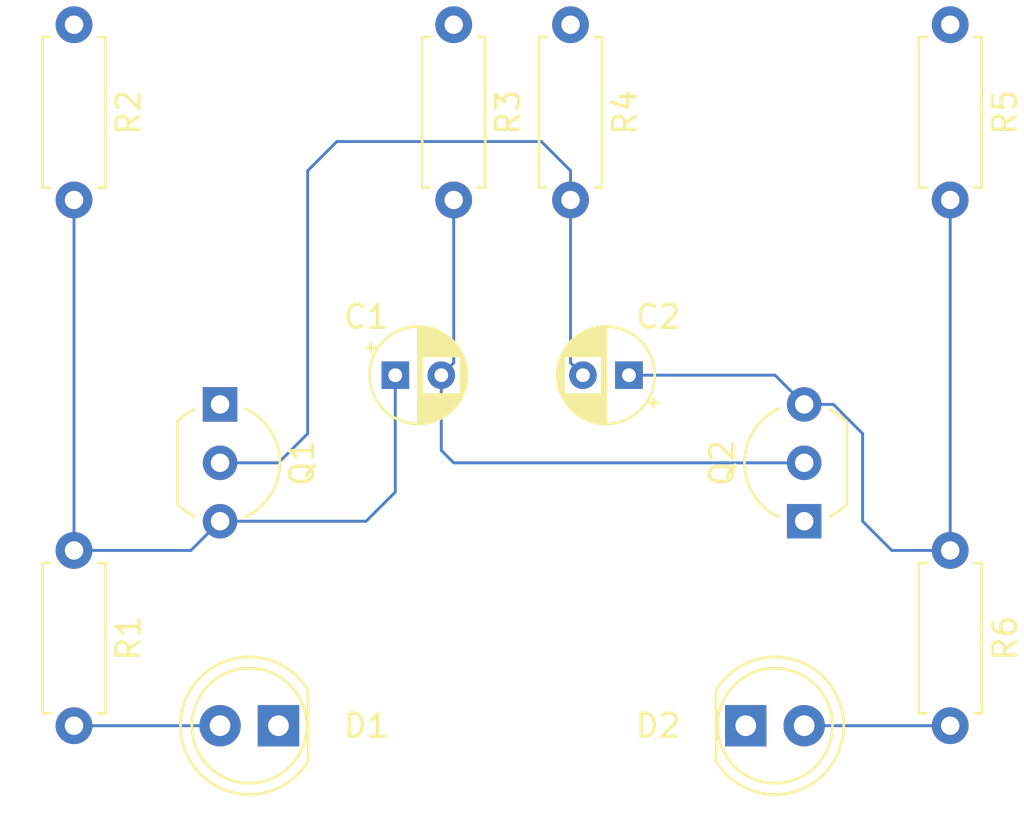
<source format=kicad_pcb>
(kicad_pcb (version 20171130) (host pcbnew "(5.1.8-0-10_14)")

  (general
    (thickness 1.6)
    (drawings 0)
    (tracks 30)
    (zones 0)
    (modules 12)
    (nets 9)
  )

  (page A4)
  (layers
    (0 F.Cu signal)
    (31 B.Cu signal)
    (32 B.Adhes user)
    (33 F.Adhes user)
    (34 B.Paste user)
    (35 F.Paste user)
    (36 B.SilkS user)
    (37 F.SilkS user)
    (38 B.Mask user)
    (39 F.Mask user)
    (40 Dwgs.User user)
    (41 Cmts.User user)
    (42 Eco1.User user)
    (43 Eco2.User user)
    (44 Edge.Cuts user)
    (45 Margin user)
    (46 B.CrtYd user)
    (47 F.CrtYd user)
    (48 B.Fab user)
    (49 F.Fab user)
  )

  (setup
    (last_trace_width 0.127)
    (user_trace_width 0.127)
    (user_trace_width 0.254)
    (user_trace_width 0.381)
    (user_trace_width 0.508)
    (trace_clearance 0.127)
    (zone_clearance 0.508)
    (zone_45_only no)
    (trace_min 0.127)
    (via_size 0.6)
    (via_drill 0.3)
    (via_min_size 0.6)
    (via_min_drill 0.3)
    (user_via 0.6 0.3)
    (user_via 0.9 0.4)
    (uvia_size 0.6858)
    (uvia_drill 0.3302)
    (uvias_allowed no)
    (uvia_min_size 0)
    (uvia_min_drill 0)
    (edge_width 0.0381)
    (segment_width 0.254)
    (pcb_text_width 0.3048)
    (pcb_text_size 1.524 1.524)
    (mod_edge_width 0.1524)
    (mod_text_size 0.8128 0.8128)
    (mod_text_width 0.1524)
    (pad_size 1.524 1.524)
    (pad_drill 0.762)
    (pad_to_mask_clearance 0)
    (aux_axis_origin 0 0)
    (visible_elements FEFFFF7F)
    (pcbplotparams
      (layerselection 0x010fc_ffffffff)
      (usegerberextensions false)
      (usegerberattributes false)
      (usegerberadvancedattributes false)
      (creategerberjobfile false)
      (excludeedgelayer true)
      (linewidth 0.152400)
      (plotframeref false)
      (viasonmask false)
      (mode 1)
      (useauxorigin false)
      (hpglpennumber 1)
      (hpglpenspeed 20)
      (hpglpendiameter 15.000000)
      (psnegative false)
      (psa4output false)
      (plotreference true)
      (plotvalue false)
      (plotinvisibletext false)
      (padsonsilk false)
      (subtractmaskfromsilk true)
      (outputformat 1)
      (mirror false)
      (drillshape 0)
      (scaleselection 1)
      (outputdirectory "./gerbers"))
  )

  (net 0 "")
  (net 1 "Net-(C1-Pad2)")
  (net 2 "Net-(C1-Pad1)")
  (net 3 "Net-(C2-Pad2)")
  (net 4 "Net-(C2-Pad1)")
  (net 5 "Net-(D1-Pad2)")
  (net 6 GND)
  (net 7 "Net-(D2-Pad2)")
  (net 8 +6V)

  (net_class Default "This is the default net class."
    (clearance 0.127)
    (trace_width 0.127)
    (via_dia 0.6)
    (via_drill 0.3)
    (uvia_dia 0.6858)
    (uvia_drill 0.3302)
    (diff_pair_width 0.1524)
    (diff_pair_gap 0.254)
    (add_net +6V)
    (add_net GND)
    (add_net "Net-(C1-Pad1)")
    (add_net "Net-(C1-Pad2)")
    (add_net "Net-(C2-Pad1)")
    (add_net "Net-(C2-Pad2)")
    (add_net "Net-(D1-Pad2)")
    (add_net "Net-(D2-Pad2)")
  )

  (module Resistor_THT:R_Axial_DIN0207_L6.3mm_D2.5mm_P7.62mm_Horizontal (layer F.Cu) (tedit 5AE5139B) (tstamp 613CCA70)
    (at 120.65 95.25 270)
    (descr "Resistor, Axial_DIN0207 series, Axial, Horizontal, pin pitch=7.62mm, 0.25W = 1/4W, length*diameter=6.3*2.5mm^2, http://cdn-reichelt.de/documents/datenblatt/B400/1_4W%23YAG.pdf")
    (tags "Resistor Axial_DIN0207 series Axial Horizontal pin pitch 7.62mm 0.25W = 1/4W length 6.3mm diameter 2.5mm")
    (path /613D7876)
    (fp_text reference R6 (at 3.81 -2.37 90) (layer F.SilkS)
      (effects (font (size 1 1) (thickness 0.15)))
    )
    (fp_text value 470 (at 3.81 2.37 90) (layer F.Fab)
      (effects (font (size 1 1) (thickness 0.15)))
    )
    (fp_text user %R (at 3.81 0 90) (layer F.Fab)
      (effects (font (size 1 1) (thickness 0.15)))
    )
    (fp_line (start 0.66 -1.25) (end 0.66 1.25) (layer F.Fab) (width 0.1))
    (fp_line (start 0.66 1.25) (end 6.96 1.25) (layer F.Fab) (width 0.1))
    (fp_line (start 6.96 1.25) (end 6.96 -1.25) (layer F.Fab) (width 0.1))
    (fp_line (start 6.96 -1.25) (end 0.66 -1.25) (layer F.Fab) (width 0.1))
    (fp_line (start 0 0) (end 0.66 0) (layer F.Fab) (width 0.1))
    (fp_line (start 7.62 0) (end 6.96 0) (layer F.Fab) (width 0.1))
    (fp_line (start 0.54 -1.04) (end 0.54 -1.37) (layer F.SilkS) (width 0.12))
    (fp_line (start 0.54 -1.37) (end 7.08 -1.37) (layer F.SilkS) (width 0.12))
    (fp_line (start 7.08 -1.37) (end 7.08 -1.04) (layer F.SilkS) (width 0.12))
    (fp_line (start 0.54 1.04) (end 0.54 1.37) (layer F.SilkS) (width 0.12))
    (fp_line (start 0.54 1.37) (end 7.08 1.37) (layer F.SilkS) (width 0.12))
    (fp_line (start 7.08 1.37) (end 7.08 1.04) (layer F.SilkS) (width 0.12))
    (fp_line (start -1.05 -1.5) (end -1.05 1.5) (layer F.CrtYd) (width 0.05))
    (fp_line (start -1.05 1.5) (end 8.67 1.5) (layer F.CrtYd) (width 0.05))
    (fp_line (start 8.67 1.5) (end 8.67 -1.5) (layer F.CrtYd) (width 0.05))
    (fp_line (start 8.67 -1.5) (end -1.05 -1.5) (layer F.CrtYd) (width 0.05))
    (pad 2 thru_hole oval (at 7.62 0 270) (size 1.6 1.6) (drill 0.8) (layers *.Cu *.Mask)
      (net 7 "Net-(D2-Pad2)"))
    (pad 1 thru_hole circle (at 0 0 270) (size 1.6 1.6) (drill 0.8) (layers *.Cu *.Mask)
      (net 4 "Net-(C2-Pad1)"))
    (model ${KISYS3DMOD}/Resistor_THT.3dshapes/R_Axial_DIN0207_L6.3mm_D2.5mm_P7.62mm_Horizontal.wrl
      (at (xyz 0 0 0))
      (scale (xyz 1 1 1))
      (rotate (xyz 0 0 0))
    )
  )

  (module Resistor_THT:R_Axial_DIN0207_L6.3mm_D2.5mm_P7.62mm_Horizontal (layer F.Cu) (tedit 5AE5139B) (tstamp 613CD617)
    (at 120.65 72.39 270)
    (descr "Resistor, Axial_DIN0207 series, Axial, Horizontal, pin pitch=7.62mm, 0.25W = 1/4W, length*diameter=6.3*2.5mm^2, http://cdn-reichelt.de/documents/datenblatt/B400/1_4W%23YAG.pdf")
    (tags "Resistor Axial_DIN0207 series Axial Horizontal pin pitch 7.62mm 0.25W = 1/4W length 6.3mm diameter 2.5mm")
    (path /613D1EE8)
    (fp_text reference R5 (at 3.81 -2.37 90) (layer F.SilkS)
      (effects (font (size 1 1) (thickness 0.15)))
    )
    (fp_text value 680 (at 3.81 2.37 90) (layer F.Fab)
      (effects (font (size 1 1) (thickness 0.15)))
    )
    (fp_text user %R (at 3.81 0 90) (layer F.Fab)
      (effects (font (size 1 1) (thickness 0.15)))
    )
    (fp_line (start 0.66 -1.25) (end 0.66 1.25) (layer F.Fab) (width 0.1))
    (fp_line (start 0.66 1.25) (end 6.96 1.25) (layer F.Fab) (width 0.1))
    (fp_line (start 6.96 1.25) (end 6.96 -1.25) (layer F.Fab) (width 0.1))
    (fp_line (start 6.96 -1.25) (end 0.66 -1.25) (layer F.Fab) (width 0.1))
    (fp_line (start 0 0) (end 0.66 0) (layer F.Fab) (width 0.1))
    (fp_line (start 7.62 0) (end 6.96 0) (layer F.Fab) (width 0.1))
    (fp_line (start 0.54 -1.04) (end 0.54 -1.37) (layer F.SilkS) (width 0.12))
    (fp_line (start 0.54 -1.37) (end 7.08 -1.37) (layer F.SilkS) (width 0.12))
    (fp_line (start 7.08 -1.37) (end 7.08 -1.04) (layer F.SilkS) (width 0.12))
    (fp_line (start 0.54 1.04) (end 0.54 1.37) (layer F.SilkS) (width 0.12))
    (fp_line (start 0.54 1.37) (end 7.08 1.37) (layer F.SilkS) (width 0.12))
    (fp_line (start 7.08 1.37) (end 7.08 1.04) (layer F.SilkS) (width 0.12))
    (fp_line (start -1.05 -1.5) (end -1.05 1.5) (layer F.CrtYd) (width 0.05))
    (fp_line (start -1.05 1.5) (end 8.67 1.5) (layer F.CrtYd) (width 0.05))
    (fp_line (start 8.67 1.5) (end 8.67 -1.5) (layer F.CrtYd) (width 0.05))
    (fp_line (start 8.67 -1.5) (end -1.05 -1.5) (layer F.CrtYd) (width 0.05))
    (pad 2 thru_hole oval (at 7.62 0 270) (size 1.6 1.6) (drill 0.8) (layers *.Cu *.Mask)
      (net 4 "Net-(C2-Pad1)"))
    (pad 1 thru_hole circle (at 0 0 270) (size 1.6 1.6) (drill 0.8) (layers *.Cu *.Mask)
      (net 8 +6V))
    (model ${KISYS3DMOD}/Resistor_THT.3dshapes/R_Axial_DIN0207_L6.3mm_D2.5mm_P7.62mm_Horizontal.wrl
      (at (xyz 0 0 0))
      (scale (xyz 1 1 1))
      (rotate (xyz 0 0 0))
    )
  )

  (module Resistor_THT:R_Axial_DIN0207_L6.3mm_D2.5mm_P7.62mm_Horizontal (layer F.Cu) (tedit 5AE5139B) (tstamp 613CD18A)
    (at 104.14 72.39 270)
    (descr "Resistor, Axial_DIN0207 series, Axial, Horizontal, pin pitch=7.62mm, 0.25W = 1/4W, length*diameter=6.3*2.5mm^2, http://cdn-reichelt.de/documents/datenblatt/B400/1_4W%23YAG.pdf")
    (tags "Resistor Axial_DIN0207 series Axial Horizontal pin pitch 7.62mm 0.25W = 1/4W length 6.3mm diameter 2.5mm")
    (path /613D1A43)
    (fp_text reference R4 (at 3.81 -2.37 90) (layer F.SilkS)
      (effects (font (size 1 1) (thickness 0.15)))
    )
    (fp_text value 47k (at 3.81 2.37 90) (layer F.Fab)
      (effects (font (size 1 1) (thickness 0.15)))
    )
    (fp_text user %R (at 3.81 0 90) (layer F.Fab)
      (effects (font (size 1 1) (thickness 0.15)))
    )
    (fp_line (start 0.66 -1.25) (end 0.66 1.25) (layer F.Fab) (width 0.1))
    (fp_line (start 0.66 1.25) (end 6.96 1.25) (layer F.Fab) (width 0.1))
    (fp_line (start 6.96 1.25) (end 6.96 -1.25) (layer F.Fab) (width 0.1))
    (fp_line (start 6.96 -1.25) (end 0.66 -1.25) (layer F.Fab) (width 0.1))
    (fp_line (start 0 0) (end 0.66 0) (layer F.Fab) (width 0.1))
    (fp_line (start 7.62 0) (end 6.96 0) (layer F.Fab) (width 0.1))
    (fp_line (start 0.54 -1.04) (end 0.54 -1.37) (layer F.SilkS) (width 0.12))
    (fp_line (start 0.54 -1.37) (end 7.08 -1.37) (layer F.SilkS) (width 0.12))
    (fp_line (start 7.08 -1.37) (end 7.08 -1.04) (layer F.SilkS) (width 0.12))
    (fp_line (start 0.54 1.04) (end 0.54 1.37) (layer F.SilkS) (width 0.12))
    (fp_line (start 0.54 1.37) (end 7.08 1.37) (layer F.SilkS) (width 0.12))
    (fp_line (start 7.08 1.37) (end 7.08 1.04) (layer F.SilkS) (width 0.12))
    (fp_line (start -1.05 -1.5) (end -1.05 1.5) (layer F.CrtYd) (width 0.05))
    (fp_line (start -1.05 1.5) (end 8.67 1.5) (layer F.CrtYd) (width 0.05))
    (fp_line (start 8.67 1.5) (end 8.67 -1.5) (layer F.CrtYd) (width 0.05))
    (fp_line (start 8.67 -1.5) (end -1.05 -1.5) (layer F.CrtYd) (width 0.05))
    (pad 2 thru_hole oval (at 7.62 0 270) (size 1.6 1.6) (drill 0.8) (layers *.Cu *.Mask)
      (net 3 "Net-(C2-Pad2)"))
    (pad 1 thru_hole circle (at 0 0 270) (size 1.6 1.6) (drill 0.8) (layers *.Cu *.Mask)
      (net 8 +6V))
    (model ${KISYS3DMOD}/Resistor_THT.3dshapes/R_Axial_DIN0207_L6.3mm_D2.5mm_P7.62mm_Horizontal.wrl
      (at (xyz 0 0 0))
      (scale (xyz 1 1 1))
      (rotate (xyz 0 0 0))
    )
  )

  (module Resistor_THT:R_Axial_DIN0207_L6.3mm_D2.5mm_P7.62mm_Horizontal (layer F.Cu) (tedit 5AE5139B) (tstamp 613CCA2B)
    (at 99.06 72.39 270)
    (descr "Resistor, Axial_DIN0207 series, Axial, Horizontal, pin pitch=7.62mm, 0.25W = 1/4W, length*diameter=6.3*2.5mm^2, http://cdn-reichelt.de/documents/datenblatt/B400/1_4W%23YAG.pdf")
    (tags "Resistor Axial_DIN0207 series Axial Horizontal pin pitch 7.62mm 0.25W = 1/4W length 6.3mm diameter 2.5mm")
    (path /613D159E)
    (fp_text reference R3 (at 3.81 -2.37 90) (layer F.SilkS)
      (effects (font (size 1 1) (thickness 0.15)))
    )
    (fp_text value 47k (at 3.81 2.37 90) (layer F.Fab)
      (effects (font (size 1 1) (thickness 0.15)))
    )
    (fp_text user %R (at 3.81 0 90) (layer F.Fab)
      (effects (font (size 1 1) (thickness 0.15)))
    )
    (fp_line (start 0.66 -1.25) (end 0.66 1.25) (layer F.Fab) (width 0.1))
    (fp_line (start 0.66 1.25) (end 6.96 1.25) (layer F.Fab) (width 0.1))
    (fp_line (start 6.96 1.25) (end 6.96 -1.25) (layer F.Fab) (width 0.1))
    (fp_line (start 6.96 -1.25) (end 0.66 -1.25) (layer F.Fab) (width 0.1))
    (fp_line (start 0 0) (end 0.66 0) (layer F.Fab) (width 0.1))
    (fp_line (start 7.62 0) (end 6.96 0) (layer F.Fab) (width 0.1))
    (fp_line (start 0.54 -1.04) (end 0.54 -1.37) (layer F.SilkS) (width 0.12))
    (fp_line (start 0.54 -1.37) (end 7.08 -1.37) (layer F.SilkS) (width 0.12))
    (fp_line (start 7.08 -1.37) (end 7.08 -1.04) (layer F.SilkS) (width 0.12))
    (fp_line (start 0.54 1.04) (end 0.54 1.37) (layer F.SilkS) (width 0.12))
    (fp_line (start 0.54 1.37) (end 7.08 1.37) (layer F.SilkS) (width 0.12))
    (fp_line (start 7.08 1.37) (end 7.08 1.04) (layer F.SilkS) (width 0.12))
    (fp_line (start -1.05 -1.5) (end -1.05 1.5) (layer F.CrtYd) (width 0.05))
    (fp_line (start -1.05 1.5) (end 8.67 1.5) (layer F.CrtYd) (width 0.05))
    (fp_line (start 8.67 1.5) (end 8.67 -1.5) (layer F.CrtYd) (width 0.05))
    (fp_line (start 8.67 -1.5) (end -1.05 -1.5) (layer F.CrtYd) (width 0.05))
    (pad 2 thru_hole oval (at 7.62 0 270) (size 1.6 1.6) (drill 0.8) (layers *.Cu *.Mask)
      (net 1 "Net-(C1-Pad2)"))
    (pad 1 thru_hole circle (at 0 0 270) (size 1.6 1.6) (drill 0.8) (layers *.Cu *.Mask)
      (net 8 +6V))
    (model ${KISYS3DMOD}/Resistor_THT.3dshapes/R_Axial_DIN0207_L6.3mm_D2.5mm_P7.62mm_Horizontal.wrl
      (at (xyz 0 0 0))
      (scale (xyz 1 1 1))
      (rotate (xyz 0 0 0))
    )
  )

  (module Resistor_THT:R_Axial_DIN0207_L6.3mm_D2.5mm_P7.62mm_Horizontal (layer F.Cu) (tedit 5AE5139B) (tstamp 613CCA14)
    (at 82.55 72.39 270)
    (descr "Resistor, Axial_DIN0207 series, Axial, Horizontal, pin pitch=7.62mm, 0.25W = 1/4W, length*diameter=6.3*2.5mm^2, http://cdn-reichelt.de/documents/datenblatt/B400/1_4W%23YAG.pdf")
    (tags "Resistor Axial_DIN0207 series Axial Horizontal pin pitch 7.62mm 0.25W = 1/4W length 6.3mm diameter 2.5mm")
    (path /613D05A5)
    (fp_text reference R2 (at 3.81 -2.37 90) (layer F.SilkS)
      (effects (font (size 1 1) (thickness 0.15)))
    )
    (fp_text value 680 (at 3.81 2.37 90) (layer F.Fab)
      (effects (font (size 1 1) (thickness 0.15)))
    )
    (fp_text user %R (at 3.81 0 90) (layer F.Fab)
      (effects (font (size 1 1) (thickness 0.15)))
    )
    (fp_line (start 0.66 -1.25) (end 0.66 1.25) (layer F.Fab) (width 0.1))
    (fp_line (start 0.66 1.25) (end 6.96 1.25) (layer F.Fab) (width 0.1))
    (fp_line (start 6.96 1.25) (end 6.96 -1.25) (layer F.Fab) (width 0.1))
    (fp_line (start 6.96 -1.25) (end 0.66 -1.25) (layer F.Fab) (width 0.1))
    (fp_line (start 0 0) (end 0.66 0) (layer F.Fab) (width 0.1))
    (fp_line (start 7.62 0) (end 6.96 0) (layer F.Fab) (width 0.1))
    (fp_line (start 0.54 -1.04) (end 0.54 -1.37) (layer F.SilkS) (width 0.12))
    (fp_line (start 0.54 -1.37) (end 7.08 -1.37) (layer F.SilkS) (width 0.12))
    (fp_line (start 7.08 -1.37) (end 7.08 -1.04) (layer F.SilkS) (width 0.12))
    (fp_line (start 0.54 1.04) (end 0.54 1.37) (layer F.SilkS) (width 0.12))
    (fp_line (start 0.54 1.37) (end 7.08 1.37) (layer F.SilkS) (width 0.12))
    (fp_line (start 7.08 1.37) (end 7.08 1.04) (layer F.SilkS) (width 0.12))
    (fp_line (start -1.05 -1.5) (end -1.05 1.5) (layer F.CrtYd) (width 0.05))
    (fp_line (start -1.05 1.5) (end 8.67 1.5) (layer F.CrtYd) (width 0.05))
    (fp_line (start 8.67 1.5) (end 8.67 -1.5) (layer F.CrtYd) (width 0.05))
    (fp_line (start 8.67 -1.5) (end -1.05 -1.5) (layer F.CrtYd) (width 0.05))
    (pad 2 thru_hole oval (at 7.62 0 270) (size 1.6 1.6) (drill 0.8) (layers *.Cu *.Mask)
      (net 2 "Net-(C1-Pad1)"))
    (pad 1 thru_hole circle (at 0 0 270) (size 1.6 1.6) (drill 0.8) (layers *.Cu *.Mask)
      (net 8 +6V))
    (model ${KISYS3DMOD}/Resistor_THT.3dshapes/R_Axial_DIN0207_L6.3mm_D2.5mm_P7.62mm_Horizontal.wrl
      (at (xyz 0 0 0))
      (scale (xyz 1 1 1))
      (rotate (xyz 0 0 0))
    )
  )

  (module Resistor_THT:R_Axial_DIN0207_L6.3mm_D2.5mm_P7.62mm_Horizontal (layer F.Cu) (tedit 5AE5139B) (tstamp 613CC9FD)
    (at 82.55 95.25 270)
    (descr "Resistor, Axial_DIN0207 series, Axial, Horizontal, pin pitch=7.62mm, 0.25W = 1/4W, length*diameter=6.3*2.5mm^2, http://cdn-reichelt.de/documents/datenblatt/B400/1_4W%23YAG.pdf")
    (tags "Resistor Axial_DIN0207 series Axial Horizontal pin pitch 7.62mm 0.25W = 1/4W length 6.3mm diameter 2.5mm")
    (path /613D4264)
    (fp_text reference R1 (at 3.81 -2.37 90) (layer F.SilkS)
      (effects (font (size 1 1) (thickness 0.15)))
    )
    (fp_text value 470 (at 3.81 2.37 90) (layer F.Fab)
      (effects (font (size 1 1) (thickness 0.15)))
    )
    (fp_text user %R (at 3.81 0 90) (layer F.Fab)
      (effects (font (size 1 1) (thickness 0.15)))
    )
    (fp_line (start 0.66 -1.25) (end 0.66 1.25) (layer F.Fab) (width 0.1))
    (fp_line (start 0.66 1.25) (end 6.96 1.25) (layer F.Fab) (width 0.1))
    (fp_line (start 6.96 1.25) (end 6.96 -1.25) (layer F.Fab) (width 0.1))
    (fp_line (start 6.96 -1.25) (end 0.66 -1.25) (layer F.Fab) (width 0.1))
    (fp_line (start 0 0) (end 0.66 0) (layer F.Fab) (width 0.1))
    (fp_line (start 7.62 0) (end 6.96 0) (layer F.Fab) (width 0.1))
    (fp_line (start 0.54 -1.04) (end 0.54 -1.37) (layer F.SilkS) (width 0.12))
    (fp_line (start 0.54 -1.37) (end 7.08 -1.37) (layer F.SilkS) (width 0.12))
    (fp_line (start 7.08 -1.37) (end 7.08 -1.04) (layer F.SilkS) (width 0.12))
    (fp_line (start 0.54 1.04) (end 0.54 1.37) (layer F.SilkS) (width 0.12))
    (fp_line (start 0.54 1.37) (end 7.08 1.37) (layer F.SilkS) (width 0.12))
    (fp_line (start 7.08 1.37) (end 7.08 1.04) (layer F.SilkS) (width 0.12))
    (fp_line (start -1.05 -1.5) (end -1.05 1.5) (layer F.CrtYd) (width 0.05))
    (fp_line (start -1.05 1.5) (end 8.67 1.5) (layer F.CrtYd) (width 0.05))
    (fp_line (start 8.67 1.5) (end 8.67 -1.5) (layer F.CrtYd) (width 0.05))
    (fp_line (start 8.67 -1.5) (end -1.05 -1.5) (layer F.CrtYd) (width 0.05))
    (pad 2 thru_hole oval (at 7.62 0 270) (size 1.6 1.6) (drill 0.8) (layers *.Cu *.Mask)
      (net 5 "Net-(D1-Pad2)"))
    (pad 1 thru_hole circle (at 0 0 270) (size 1.6 1.6) (drill 0.8) (layers *.Cu *.Mask)
      (net 2 "Net-(C1-Pad1)"))
    (model ${KISYS3DMOD}/Resistor_THT.3dshapes/R_Axial_DIN0207_L6.3mm_D2.5mm_P7.62mm_Horizontal.wrl
      (at (xyz 0 0 0))
      (scale (xyz 1 1 1))
      (rotate (xyz 0 0 0))
    )
  )

  (module Package_TO_SOT_THT:TO-92_Inline_Wide (layer F.Cu) (tedit 5A02FF81) (tstamp 613CC073)
    (at 114.3 93.98 90)
    (descr "TO-92 leads in-line, wide, drill 0.75mm (see NXP sot054_po.pdf)")
    (tags "to-92 sc-43 sc-43a sot54 PA33 transistor")
    (path /613CC036)
    (fp_text reference Q2 (at 2.54 -3.56 90) (layer F.SilkS)
      (effects (font (size 1 1) (thickness 0.15)))
    )
    (fp_text value 2N3904 (at 2.54 2.79 90) (layer F.Fab)
      (effects (font (size 1 1) (thickness 0.15)))
    )
    (fp_arc (start 2.54 0) (end 4.34 1.85) (angle -20) (layer F.SilkS) (width 0.12))
    (fp_arc (start 2.54 0) (end 2.54 -2.48) (angle -135) (layer F.Fab) (width 0.1))
    (fp_arc (start 2.54 0) (end 2.54 -2.48) (angle 135) (layer F.Fab) (width 0.1))
    (fp_arc (start 2.54 0) (end 2.54 -2.6) (angle 65) (layer F.SilkS) (width 0.12))
    (fp_arc (start 2.54 0) (end 2.54 -2.6) (angle -65) (layer F.SilkS) (width 0.12))
    (fp_arc (start 2.54 0) (end 0.74 1.85) (angle 20) (layer F.SilkS) (width 0.12))
    (fp_text user %R (at 2.54 0 90) (layer F.Fab)
      (effects (font (size 1 1) (thickness 0.15)))
    )
    (fp_line (start 0.74 1.85) (end 4.34 1.85) (layer F.SilkS) (width 0.12))
    (fp_line (start 0.8 1.75) (end 4.3 1.75) (layer F.Fab) (width 0.1))
    (fp_line (start -1.01 -2.73) (end 6.09 -2.73) (layer F.CrtYd) (width 0.05))
    (fp_line (start -1.01 -2.73) (end -1.01 2.01) (layer F.CrtYd) (width 0.05))
    (fp_line (start 6.09 2.01) (end 6.09 -2.73) (layer F.CrtYd) (width 0.05))
    (fp_line (start 6.09 2.01) (end -1.01 2.01) (layer F.CrtYd) (width 0.05))
    (pad 1 thru_hole rect (at 0 0 90) (size 1.5 1.5) (drill 0.8) (layers *.Cu *.Mask)
      (net 6 GND))
    (pad 3 thru_hole circle (at 5.08 0 90) (size 1.5 1.5) (drill 0.8) (layers *.Cu *.Mask)
      (net 4 "Net-(C2-Pad1)"))
    (pad 2 thru_hole circle (at 2.54 0 90) (size 1.5 1.5) (drill 0.8) (layers *.Cu *.Mask)
      (net 1 "Net-(C1-Pad2)"))
    (model ${KISYS3DMOD}/Package_TO_SOT_THT.3dshapes/TO-92_Inline_Wide.wrl
      (at (xyz 0 0 0))
      (scale (xyz 1 1 1))
      (rotate (xyz 0 0 0))
    )
  )

  (module Package_TO_SOT_THT:TO-92_Inline_Wide (layer F.Cu) (tedit 5A02FF81) (tstamp 613CC9D3)
    (at 88.9 88.9 270)
    (descr "TO-92 leads in-line, wide, drill 0.75mm (see NXP sot054_po.pdf)")
    (tags "to-92 sc-43 sc-43a sot54 PA33 transistor")
    (path /613CD183)
    (fp_text reference Q1 (at 2.54 -3.56 90) (layer F.SilkS)
      (effects (font (size 1 1) (thickness 0.15)))
    )
    (fp_text value 2N3904 (at 2.54 2.79 90) (layer F.Fab)
      (effects (font (size 1 1) (thickness 0.15)))
    )
    (fp_arc (start 2.54 0) (end 4.34 1.85) (angle -20) (layer F.SilkS) (width 0.12))
    (fp_arc (start 2.54 0) (end 2.54 -2.48) (angle -135) (layer F.Fab) (width 0.1))
    (fp_arc (start 2.54 0) (end 2.54 -2.48) (angle 135) (layer F.Fab) (width 0.1))
    (fp_arc (start 2.54 0) (end 2.54 -2.6) (angle 65) (layer F.SilkS) (width 0.12))
    (fp_arc (start 2.54 0) (end 2.54 -2.6) (angle -65) (layer F.SilkS) (width 0.12))
    (fp_arc (start 2.54 0) (end 0.74 1.85) (angle 20) (layer F.SilkS) (width 0.12))
    (fp_text user %R (at 2.54 0 90) (layer F.Fab)
      (effects (font (size 1 1) (thickness 0.15)))
    )
    (fp_line (start 0.74 1.85) (end 4.34 1.85) (layer F.SilkS) (width 0.12))
    (fp_line (start 0.8 1.75) (end 4.3 1.75) (layer F.Fab) (width 0.1))
    (fp_line (start -1.01 -2.73) (end 6.09 -2.73) (layer F.CrtYd) (width 0.05))
    (fp_line (start -1.01 -2.73) (end -1.01 2.01) (layer F.CrtYd) (width 0.05))
    (fp_line (start 6.09 2.01) (end 6.09 -2.73) (layer F.CrtYd) (width 0.05))
    (fp_line (start 6.09 2.01) (end -1.01 2.01) (layer F.CrtYd) (width 0.05))
    (pad 1 thru_hole rect (at 0 0 270) (size 1.5 1.5) (drill 0.8) (layers *.Cu *.Mask)
      (net 6 GND))
    (pad 3 thru_hole circle (at 5.08 0 270) (size 1.5 1.5) (drill 0.8) (layers *.Cu *.Mask)
      (net 2 "Net-(C1-Pad1)"))
    (pad 2 thru_hole circle (at 2.54 0 270) (size 1.5 1.5) (drill 0.8) (layers *.Cu *.Mask)
      (net 3 "Net-(C2-Pad2)"))
    (model ${KISYS3DMOD}/Package_TO_SOT_THT.3dshapes/TO-92_Inline_Wide.wrl
      (at (xyz 0 0 0))
      (scale (xyz 1 1 1))
      (rotate (xyz 0 0 0))
    )
  )

  (module LED_THT:LED_D5.0mm (layer F.Cu) (tedit 5995936A) (tstamp 613CC9BF)
    (at 111.76 102.87)
    (descr "LED, diameter 5.0mm, 2 pins, http://cdn-reichelt.de/documents/datenblatt/A500/LL-504BC2E-009.pdf")
    (tags "LED diameter 5.0mm 2 pins")
    (path /613D787C)
    (fp_text reference D2 (at -3.81 0) (layer F.SilkS)
      (effects (font (size 1 1) (thickness 0.15)))
    )
    (fp_text value LED (at 1.27 3.96) (layer F.Fab)
      (effects (font (size 1 1) (thickness 0.15)))
    )
    (fp_text user %R (at 1.25 0) (layer F.Fab)
      (effects (font (size 0.8 0.8) (thickness 0.2)))
    )
    (fp_arc (start 1.27 0) (end -1.29 1.54483) (angle -148.9) (layer F.SilkS) (width 0.12))
    (fp_arc (start 1.27 0) (end -1.29 -1.54483) (angle 148.9) (layer F.SilkS) (width 0.12))
    (fp_arc (start 1.27 0) (end -1.23 -1.469694) (angle 299.1) (layer F.Fab) (width 0.1))
    (fp_circle (center 1.27 0) (end 3.77 0) (layer F.Fab) (width 0.1))
    (fp_circle (center 1.27 0) (end 3.77 0) (layer F.SilkS) (width 0.12))
    (fp_line (start -1.23 -1.469694) (end -1.23 1.469694) (layer F.Fab) (width 0.1))
    (fp_line (start -1.29 -1.545) (end -1.29 1.545) (layer F.SilkS) (width 0.12))
    (fp_line (start -1.95 -3.25) (end -1.95 3.25) (layer F.CrtYd) (width 0.05))
    (fp_line (start -1.95 3.25) (end 4.5 3.25) (layer F.CrtYd) (width 0.05))
    (fp_line (start 4.5 3.25) (end 4.5 -3.25) (layer F.CrtYd) (width 0.05))
    (fp_line (start 4.5 -3.25) (end -1.95 -3.25) (layer F.CrtYd) (width 0.05))
    (pad 2 thru_hole circle (at 2.54 0) (size 1.8 1.8) (drill 0.9) (layers *.Cu *.Mask)
      (net 7 "Net-(D2-Pad2)"))
    (pad 1 thru_hole rect (at 0 0) (size 1.8 1.8) (drill 0.9) (layers *.Cu *.Mask)
      (net 6 GND))
    (model ${KISYS3DMOD}/LED_THT.3dshapes/LED_D5.0mm.wrl
      (at (xyz 0 0 0))
      (scale (xyz 1 1 1))
      (rotate (xyz 0 0 0))
    )
  )

  (module LED_THT:LED_D5.0mm (layer F.Cu) (tedit 5995936A) (tstamp 613CC9AD)
    (at 91.44 102.87 180)
    (descr "LED, diameter 5.0mm, 2 pins, http://cdn-reichelt.de/documents/datenblatt/A500/LL-504BC2E-009.pdf")
    (tags "LED diameter 5.0mm 2 pins")
    (path /613D4815)
    (fp_text reference D1 (at -3.81 0) (layer F.SilkS)
      (effects (font (size 1 1) (thickness 0.15)))
    )
    (fp_text value LED (at 1.27 3.96) (layer F.Fab)
      (effects (font (size 1 1) (thickness 0.15)))
    )
    (fp_text user %R (at 1.25 0) (layer F.Fab)
      (effects (font (size 0.8 0.8) (thickness 0.2)))
    )
    (fp_arc (start 1.27 0) (end -1.29 1.54483) (angle -148.9) (layer F.SilkS) (width 0.12))
    (fp_arc (start 1.27 0) (end -1.29 -1.54483) (angle 148.9) (layer F.SilkS) (width 0.12))
    (fp_arc (start 1.27 0) (end -1.23 -1.469694) (angle 299.1) (layer F.Fab) (width 0.1))
    (fp_circle (center 1.27 0) (end 3.77 0) (layer F.Fab) (width 0.1))
    (fp_circle (center 1.27 0) (end 3.77 0) (layer F.SilkS) (width 0.12))
    (fp_line (start -1.23 -1.469694) (end -1.23 1.469694) (layer F.Fab) (width 0.1))
    (fp_line (start -1.29 -1.545) (end -1.29 1.545) (layer F.SilkS) (width 0.12))
    (fp_line (start -1.95 -3.25) (end -1.95 3.25) (layer F.CrtYd) (width 0.05))
    (fp_line (start -1.95 3.25) (end 4.5 3.25) (layer F.CrtYd) (width 0.05))
    (fp_line (start 4.5 3.25) (end 4.5 -3.25) (layer F.CrtYd) (width 0.05))
    (fp_line (start 4.5 -3.25) (end -1.95 -3.25) (layer F.CrtYd) (width 0.05))
    (pad 2 thru_hole circle (at 2.54 0 180) (size 1.8 1.8) (drill 0.9) (layers *.Cu *.Mask)
      (net 5 "Net-(D1-Pad2)"))
    (pad 1 thru_hole rect (at 0 0 180) (size 1.8 1.8) (drill 0.9) (layers *.Cu *.Mask)
      (net 6 GND))
    (model ${KISYS3DMOD}/LED_THT.3dshapes/LED_D5.0mm.wrl
      (at (xyz 0 0 0))
      (scale (xyz 1 1 1))
      (rotate (xyz 0 0 0))
    )
  )

  (module Capacitor_THT:CP_Radial_D4.0mm_P2.00mm (layer F.Cu) (tedit 5AE50EF0) (tstamp 613CC99B)
    (at 106.68 87.63 180)
    (descr "CP, Radial series, Radial, pin pitch=2.00mm, , diameter=4mm, Electrolytic Capacitor")
    (tags "CP Radial series Radial pin pitch 2.00mm  diameter 4mm Electrolytic Capacitor")
    (path /613CEABF)
    (fp_text reference C2 (at -1.27 2.54) (layer F.SilkS)
      (effects (font (size 1 1) (thickness 0.15)))
    )
    (fp_text value 10u (at 1 3.25) (layer F.Fab)
      (effects (font (size 1 1) (thickness 0.15)))
    )
    (fp_text user %R (at 1 0) (layer F.Fab)
      (effects (font (size 0.8 0.8) (thickness 0.12)))
    )
    (fp_circle (center 1 0) (end 3 0) (layer F.Fab) (width 0.1))
    (fp_circle (center 1 0) (end 3.12 0) (layer F.SilkS) (width 0.12))
    (fp_circle (center 1 0) (end 3.25 0) (layer F.CrtYd) (width 0.05))
    (fp_line (start -0.702554 -0.8675) (end -0.302554 -0.8675) (layer F.Fab) (width 0.1))
    (fp_line (start -0.502554 -1.0675) (end -0.502554 -0.6675) (layer F.Fab) (width 0.1))
    (fp_line (start 1 -2.08) (end 1 2.08) (layer F.SilkS) (width 0.12))
    (fp_line (start 1.04 -2.08) (end 1.04 2.08) (layer F.SilkS) (width 0.12))
    (fp_line (start 1.08 -2.079) (end 1.08 2.079) (layer F.SilkS) (width 0.12))
    (fp_line (start 1.12 -2.077) (end 1.12 2.077) (layer F.SilkS) (width 0.12))
    (fp_line (start 1.16 -2.074) (end 1.16 2.074) (layer F.SilkS) (width 0.12))
    (fp_line (start 1.2 -2.071) (end 1.2 -0.84) (layer F.SilkS) (width 0.12))
    (fp_line (start 1.2 0.84) (end 1.2 2.071) (layer F.SilkS) (width 0.12))
    (fp_line (start 1.24 -2.067) (end 1.24 -0.84) (layer F.SilkS) (width 0.12))
    (fp_line (start 1.24 0.84) (end 1.24 2.067) (layer F.SilkS) (width 0.12))
    (fp_line (start 1.28 -2.062) (end 1.28 -0.84) (layer F.SilkS) (width 0.12))
    (fp_line (start 1.28 0.84) (end 1.28 2.062) (layer F.SilkS) (width 0.12))
    (fp_line (start 1.32 -2.056) (end 1.32 -0.84) (layer F.SilkS) (width 0.12))
    (fp_line (start 1.32 0.84) (end 1.32 2.056) (layer F.SilkS) (width 0.12))
    (fp_line (start 1.36 -2.05) (end 1.36 -0.84) (layer F.SilkS) (width 0.12))
    (fp_line (start 1.36 0.84) (end 1.36 2.05) (layer F.SilkS) (width 0.12))
    (fp_line (start 1.4 -2.042) (end 1.4 -0.84) (layer F.SilkS) (width 0.12))
    (fp_line (start 1.4 0.84) (end 1.4 2.042) (layer F.SilkS) (width 0.12))
    (fp_line (start 1.44 -2.034) (end 1.44 -0.84) (layer F.SilkS) (width 0.12))
    (fp_line (start 1.44 0.84) (end 1.44 2.034) (layer F.SilkS) (width 0.12))
    (fp_line (start 1.48 -2.025) (end 1.48 -0.84) (layer F.SilkS) (width 0.12))
    (fp_line (start 1.48 0.84) (end 1.48 2.025) (layer F.SilkS) (width 0.12))
    (fp_line (start 1.52 -2.016) (end 1.52 -0.84) (layer F.SilkS) (width 0.12))
    (fp_line (start 1.52 0.84) (end 1.52 2.016) (layer F.SilkS) (width 0.12))
    (fp_line (start 1.56 -2.005) (end 1.56 -0.84) (layer F.SilkS) (width 0.12))
    (fp_line (start 1.56 0.84) (end 1.56 2.005) (layer F.SilkS) (width 0.12))
    (fp_line (start 1.6 -1.994) (end 1.6 -0.84) (layer F.SilkS) (width 0.12))
    (fp_line (start 1.6 0.84) (end 1.6 1.994) (layer F.SilkS) (width 0.12))
    (fp_line (start 1.64 -1.982) (end 1.64 -0.84) (layer F.SilkS) (width 0.12))
    (fp_line (start 1.64 0.84) (end 1.64 1.982) (layer F.SilkS) (width 0.12))
    (fp_line (start 1.68 -1.968) (end 1.68 -0.84) (layer F.SilkS) (width 0.12))
    (fp_line (start 1.68 0.84) (end 1.68 1.968) (layer F.SilkS) (width 0.12))
    (fp_line (start 1.721 -1.954) (end 1.721 -0.84) (layer F.SilkS) (width 0.12))
    (fp_line (start 1.721 0.84) (end 1.721 1.954) (layer F.SilkS) (width 0.12))
    (fp_line (start 1.761 -1.94) (end 1.761 -0.84) (layer F.SilkS) (width 0.12))
    (fp_line (start 1.761 0.84) (end 1.761 1.94) (layer F.SilkS) (width 0.12))
    (fp_line (start 1.801 -1.924) (end 1.801 -0.84) (layer F.SilkS) (width 0.12))
    (fp_line (start 1.801 0.84) (end 1.801 1.924) (layer F.SilkS) (width 0.12))
    (fp_line (start 1.841 -1.907) (end 1.841 -0.84) (layer F.SilkS) (width 0.12))
    (fp_line (start 1.841 0.84) (end 1.841 1.907) (layer F.SilkS) (width 0.12))
    (fp_line (start 1.881 -1.889) (end 1.881 -0.84) (layer F.SilkS) (width 0.12))
    (fp_line (start 1.881 0.84) (end 1.881 1.889) (layer F.SilkS) (width 0.12))
    (fp_line (start 1.921 -1.87) (end 1.921 -0.84) (layer F.SilkS) (width 0.12))
    (fp_line (start 1.921 0.84) (end 1.921 1.87) (layer F.SilkS) (width 0.12))
    (fp_line (start 1.961 -1.851) (end 1.961 -0.84) (layer F.SilkS) (width 0.12))
    (fp_line (start 1.961 0.84) (end 1.961 1.851) (layer F.SilkS) (width 0.12))
    (fp_line (start 2.001 -1.83) (end 2.001 -0.84) (layer F.SilkS) (width 0.12))
    (fp_line (start 2.001 0.84) (end 2.001 1.83) (layer F.SilkS) (width 0.12))
    (fp_line (start 2.041 -1.808) (end 2.041 -0.84) (layer F.SilkS) (width 0.12))
    (fp_line (start 2.041 0.84) (end 2.041 1.808) (layer F.SilkS) (width 0.12))
    (fp_line (start 2.081 -1.785) (end 2.081 -0.84) (layer F.SilkS) (width 0.12))
    (fp_line (start 2.081 0.84) (end 2.081 1.785) (layer F.SilkS) (width 0.12))
    (fp_line (start 2.121 -1.76) (end 2.121 -0.84) (layer F.SilkS) (width 0.12))
    (fp_line (start 2.121 0.84) (end 2.121 1.76) (layer F.SilkS) (width 0.12))
    (fp_line (start 2.161 -1.735) (end 2.161 -0.84) (layer F.SilkS) (width 0.12))
    (fp_line (start 2.161 0.84) (end 2.161 1.735) (layer F.SilkS) (width 0.12))
    (fp_line (start 2.201 -1.708) (end 2.201 -0.84) (layer F.SilkS) (width 0.12))
    (fp_line (start 2.201 0.84) (end 2.201 1.708) (layer F.SilkS) (width 0.12))
    (fp_line (start 2.241 -1.68) (end 2.241 -0.84) (layer F.SilkS) (width 0.12))
    (fp_line (start 2.241 0.84) (end 2.241 1.68) (layer F.SilkS) (width 0.12))
    (fp_line (start 2.281 -1.65) (end 2.281 -0.84) (layer F.SilkS) (width 0.12))
    (fp_line (start 2.281 0.84) (end 2.281 1.65) (layer F.SilkS) (width 0.12))
    (fp_line (start 2.321 -1.619) (end 2.321 -0.84) (layer F.SilkS) (width 0.12))
    (fp_line (start 2.321 0.84) (end 2.321 1.619) (layer F.SilkS) (width 0.12))
    (fp_line (start 2.361 -1.587) (end 2.361 -0.84) (layer F.SilkS) (width 0.12))
    (fp_line (start 2.361 0.84) (end 2.361 1.587) (layer F.SilkS) (width 0.12))
    (fp_line (start 2.401 -1.552) (end 2.401 -0.84) (layer F.SilkS) (width 0.12))
    (fp_line (start 2.401 0.84) (end 2.401 1.552) (layer F.SilkS) (width 0.12))
    (fp_line (start 2.441 -1.516) (end 2.441 -0.84) (layer F.SilkS) (width 0.12))
    (fp_line (start 2.441 0.84) (end 2.441 1.516) (layer F.SilkS) (width 0.12))
    (fp_line (start 2.481 -1.478) (end 2.481 -0.84) (layer F.SilkS) (width 0.12))
    (fp_line (start 2.481 0.84) (end 2.481 1.478) (layer F.SilkS) (width 0.12))
    (fp_line (start 2.521 -1.438) (end 2.521 -0.84) (layer F.SilkS) (width 0.12))
    (fp_line (start 2.521 0.84) (end 2.521 1.438) (layer F.SilkS) (width 0.12))
    (fp_line (start 2.561 -1.396) (end 2.561 -0.84) (layer F.SilkS) (width 0.12))
    (fp_line (start 2.561 0.84) (end 2.561 1.396) (layer F.SilkS) (width 0.12))
    (fp_line (start 2.601 -1.351) (end 2.601 -0.84) (layer F.SilkS) (width 0.12))
    (fp_line (start 2.601 0.84) (end 2.601 1.351) (layer F.SilkS) (width 0.12))
    (fp_line (start 2.641 -1.304) (end 2.641 -0.84) (layer F.SilkS) (width 0.12))
    (fp_line (start 2.641 0.84) (end 2.641 1.304) (layer F.SilkS) (width 0.12))
    (fp_line (start 2.681 -1.254) (end 2.681 -0.84) (layer F.SilkS) (width 0.12))
    (fp_line (start 2.681 0.84) (end 2.681 1.254) (layer F.SilkS) (width 0.12))
    (fp_line (start 2.721 -1.2) (end 2.721 -0.84) (layer F.SilkS) (width 0.12))
    (fp_line (start 2.721 0.84) (end 2.721 1.2) (layer F.SilkS) (width 0.12))
    (fp_line (start 2.761 -1.142) (end 2.761 -0.84) (layer F.SilkS) (width 0.12))
    (fp_line (start 2.761 0.84) (end 2.761 1.142) (layer F.SilkS) (width 0.12))
    (fp_line (start 2.801 -1.08) (end 2.801 -0.84) (layer F.SilkS) (width 0.12))
    (fp_line (start 2.801 0.84) (end 2.801 1.08) (layer F.SilkS) (width 0.12))
    (fp_line (start 2.841 -1.013) (end 2.841 1.013) (layer F.SilkS) (width 0.12))
    (fp_line (start 2.881 -0.94) (end 2.881 0.94) (layer F.SilkS) (width 0.12))
    (fp_line (start 2.921 -0.859) (end 2.921 0.859) (layer F.SilkS) (width 0.12))
    (fp_line (start 2.961 -0.768) (end 2.961 0.768) (layer F.SilkS) (width 0.12))
    (fp_line (start 3.001 -0.664) (end 3.001 0.664) (layer F.SilkS) (width 0.12))
    (fp_line (start 3.041 -0.537) (end 3.041 0.537) (layer F.SilkS) (width 0.12))
    (fp_line (start 3.081 -0.37) (end 3.081 0.37) (layer F.SilkS) (width 0.12))
    (fp_line (start -1.269801 -1.195) (end -0.869801 -1.195) (layer F.SilkS) (width 0.12))
    (fp_line (start -1.069801 -1.395) (end -1.069801 -0.995) (layer F.SilkS) (width 0.12))
    (pad 2 thru_hole circle (at 2 0 180) (size 1.2 1.2) (drill 0.6) (layers *.Cu *.Mask)
      (net 3 "Net-(C2-Pad2)"))
    (pad 1 thru_hole rect (at 0 0 180) (size 1.2 1.2) (drill 0.6) (layers *.Cu *.Mask)
      (net 4 "Net-(C2-Pad1)"))
    (model ${KISYS3DMOD}/Capacitor_THT.3dshapes/CP_Radial_D4.0mm_P2.00mm.wrl
      (at (xyz 0 0 0))
      (scale (xyz 1 1 1))
      (rotate (xyz 0 0 0))
    )
  )

  (module Capacitor_THT:CP_Radial_D4.0mm_P2.00mm (layer F.Cu) (tedit 5AE50EF0) (tstamp 613CC92F)
    (at 96.52 87.63)
    (descr "CP, Radial series, Radial, pin pitch=2.00mm, , diameter=4mm, Electrolytic Capacitor")
    (tags "CP Radial series Radial pin pitch 2.00mm  diameter 4mm Electrolytic Capacitor")
    (path /613CFF86)
    (fp_text reference C1 (at -1.27 -2.54) (layer F.SilkS)
      (effects (font (size 1 1) (thickness 0.15)))
    )
    (fp_text value 10u (at 1 3.25) (layer F.Fab)
      (effects (font (size 1 1) (thickness 0.15)))
    )
    (fp_text user %R (at 1 0) (layer F.Fab)
      (effects (font (size 0.8 0.8) (thickness 0.12)))
    )
    (fp_circle (center 1 0) (end 3 0) (layer F.Fab) (width 0.1))
    (fp_circle (center 1 0) (end 3.12 0) (layer F.SilkS) (width 0.12))
    (fp_circle (center 1 0) (end 3.25 0) (layer F.CrtYd) (width 0.05))
    (fp_line (start -0.702554 -0.8675) (end -0.302554 -0.8675) (layer F.Fab) (width 0.1))
    (fp_line (start -0.502554 -1.0675) (end -0.502554 -0.6675) (layer F.Fab) (width 0.1))
    (fp_line (start 1 -2.08) (end 1 2.08) (layer F.SilkS) (width 0.12))
    (fp_line (start 1.04 -2.08) (end 1.04 2.08) (layer F.SilkS) (width 0.12))
    (fp_line (start 1.08 -2.079) (end 1.08 2.079) (layer F.SilkS) (width 0.12))
    (fp_line (start 1.12 -2.077) (end 1.12 2.077) (layer F.SilkS) (width 0.12))
    (fp_line (start 1.16 -2.074) (end 1.16 2.074) (layer F.SilkS) (width 0.12))
    (fp_line (start 1.2 -2.071) (end 1.2 -0.84) (layer F.SilkS) (width 0.12))
    (fp_line (start 1.2 0.84) (end 1.2 2.071) (layer F.SilkS) (width 0.12))
    (fp_line (start 1.24 -2.067) (end 1.24 -0.84) (layer F.SilkS) (width 0.12))
    (fp_line (start 1.24 0.84) (end 1.24 2.067) (layer F.SilkS) (width 0.12))
    (fp_line (start 1.28 -2.062) (end 1.28 -0.84) (layer F.SilkS) (width 0.12))
    (fp_line (start 1.28 0.84) (end 1.28 2.062) (layer F.SilkS) (width 0.12))
    (fp_line (start 1.32 -2.056) (end 1.32 -0.84) (layer F.SilkS) (width 0.12))
    (fp_line (start 1.32 0.84) (end 1.32 2.056) (layer F.SilkS) (width 0.12))
    (fp_line (start 1.36 -2.05) (end 1.36 -0.84) (layer F.SilkS) (width 0.12))
    (fp_line (start 1.36 0.84) (end 1.36 2.05) (layer F.SilkS) (width 0.12))
    (fp_line (start 1.4 -2.042) (end 1.4 -0.84) (layer F.SilkS) (width 0.12))
    (fp_line (start 1.4 0.84) (end 1.4 2.042) (layer F.SilkS) (width 0.12))
    (fp_line (start 1.44 -2.034) (end 1.44 -0.84) (layer F.SilkS) (width 0.12))
    (fp_line (start 1.44 0.84) (end 1.44 2.034) (layer F.SilkS) (width 0.12))
    (fp_line (start 1.48 -2.025) (end 1.48 -0.84) (layer F.SilkS) (width 0.12))
    (fp_line (start 1.48 0.84) (end 1.48 2.025) (layer F.SilkS) (width 0.12))
    (fp_line (start 1.52 -2.016) (end 1.52 -0.84) (layer F.SilkS) (width 0.12))
    (fp_line (start 1.52 0.84) (end 1.52 2.016) (layer F.SilkS) (width 0.12))
    (fp_line (start 1.56 -2.005) (end 1.56 -0.84) (layer F.SilkS) (width 0.12))
    (fp_line (start 1.56 0.84) (end 1.56 2.005) (layer F.SilkS) (width 0.12))
    (fp_line (start 1.6 -1.994) (end 1.6 -0.84) (layer F.SilkS) (width 0.12))
    (fp_line (start 1.6 0.84) (end 1.6 1.994) (layer F.SilkS) (width 0.12))
    (fp_line (start 1.64 -1.982) (end 1.64 -0.84) (layer F.SilkS) (width 0.12))
    (fp_line (start 1.64 0.84) (end 1.64 1.982) (layer F.SilkS) (width 0.12))
    (fp_line (start 1.68 -1.968) (end 1.68 -0.84) (layer F.SilkS) (width 0.12))
    (fp_line (start 1.68 0.84) (end 1.68 1.968) (layer F.SilkS) (width 0.12))
    (fp_line (start 1.721 -1.954) (end 1.721 -0.84) (layer F.SilkS) (width 0.12))
    (fp_line (start 1.721 0.84) (end 1.721 1.954) (layer F.SilkS) (width 0.12))
    (fp_line (start 1.761 -1.94) (end 1.761 -0.84) (layer F.SilkS) (width 0.12))
    (fp_line (start 1.761 0.84) (end 1.761 1.94) (layer F.SilkS) (width 0.12))
    (fp_line (start 1.801 -1.924) (end 1.801 -0.84) (layer F.SilkS) (width 0.12))
    (fp_line (start 1.801 0.84) (end 1.801 1.924) (layer F.SilkS) (width 0.12))
    (fp_line (start 1.841 -1.907) (end 1.841 -0.84) (layer F.SilkS) (width 0.12))
    (fp_line (start 1.841 0.84) (end 1.841 1.907) (layer F.SilkS) (width 0.12))
    (fp_line (start 1.881 -1.889) (end 1.881 -0.84) (layer F.SilkS) (width 0.12))
    (fp_line (start 1.881 0.84) (end 1.881 1.889) (layer F.SilkS) (width 0.12))
    (fp_line (start 1.921 -1.87) (end 1.921 -0.84) (layer F.SilkS) (width 0.12))
    (fp_line (start 1.921 0.84) (end 1.921 1.87) (layer F.SilkS) (width 0.12))
    (fp_line (start 1.961 -1.851) (end 1.961 -0.84) (layer F.SilkS) (width 0.12))
    (fp_line (start 1.961 0.84) (end 1.961 1.851) (layer F.SilkS) (width 0.12))
    (fp_line (start 2.001 -1.83) (end 2.001 -0.84) (layer F.SilkS) (width 0.12))
    (fp_line (start 2.001 0.84) (end 2.001 1.83) (layer F.SilkS) (width 0.12))
    (fp_line (start 2.041 -1.808) (end 2.041 -0.84) (layer F.SilkS) (width 0.12))
    (fp_line (start 2.041 0.84) (end 2.041 1.808) (layer F.SilkS) (width 0.12))
    (fp_line (start 2.081 -1.785) (end 2.081 -0.84) (layer F.SilkS) (width 0.12))
    (fp_line (start 2.081 0.84) (end 2.081 1.785) (layer F.SilkS) (width 0.12))
    (fp_line (start 2.121 -1.76) (end 2.121 -0.84) (layer F.SilkS) (width 0.12))
    (fp_line (start 2.121 0.84) (end 2.121 1.76) (layer F.SilkS) (width 0.12))
    (fp_line (start 2.161 -1.735) (end 2.161 -0.84) (layer F.SilkS) (width 0.12))
    (fp_line (start 2.161 0.84) (end 2.161 1.735) (layer F.SilkS) (width 0.12))
    (fp_line (start 2.201 -1.708) (end 2.201 -0.84) (layer F.SilkS) (width 0.12))
    (fp_line (start 2.201 0.84) (end 2.201 1.708) (layer F.SilkS) (width 0.12))
    (fp_line (start 2.241 -1.68) (end 2.241 -0.84) (layer F.SilkS) (width 0.12))
    (fp_line (start 2.241 0.84) (end 2.241 1.68) (layer F.SilkS) (width 0.12))
    (fp_line (start 2.281 -1.65) (end 2.281 -0.84) (layer F.SilkS) (width 0.12))
    (fp_line (start 2.281 0.84) (end 2.281 1.65) (layer F.SilkS) (width 0.12))
    (fp_line (start 2.321 -1.619) (end 2.321 -0.84) (layer F.SilkS) (width 0.12))
    (fp_line (start 2.321 0.84) (end 2.321 1.619) (layer F.SilkS) (width 0.12))
    (fp_line (start 2.361 -1.587) (end 2.361 -0.84) (layer F.SilkS) (width 0.12))
    (fp_line (start 2.361 0.84) (end 2.361 1.587) (layer F.SilkS) (width 0.12))
    (fp_line (start 2.401 -1.552) (end 2.401 -0.84) (layer F.SilkS) (width 0.12))
    (fp_line (start 2.401 0.84) (end 2.401 1.552) (layer F.SilkS) (width 0.12))
    (fp_line (start 2.441 -1.516) (end 2.441 -0.84) (layer F.SilkS) (width 0.12))
    (fp_line (start 2.441 0.84) (end 2.441 1.516) (layer F.SilkS) (width 0.12))
    (fp_line (start 2.481 -1.478) (end 2.481 -0.84) (layer F.SilkS) (width 0.12))
    (fp_line (start 2.481 0.84) (end 2.481 1.478) (layer F.SilkS) (width 0.12))
    (fp_line (start 2.521 -1.438) (end 2.521 -0.84) (layer F.SilkS) (width 0.12))
    (fp_line (start 2.521 0.84) (end 2.521 1.438) (layer F.SilkS) (width 0.12))
    (fp_line (start 2.561 -1.396) (end 2.561 -0.84) (layer F.SilkS) (width 0.12))
    (fp_line (start 2.561 0.84) (end 2.561 1.396) (layer F.SilkS) (width 0.12))
    (fp_line (start 2.601 -1.351) (end 2.601 -0.84) (layer F.SilkS) (width 0.12))
    (fp_line (start 2.601 0.84) (end 2.601 1.351) (layer F.SilkS) (width 0.12))
    (fp_line (start 2.641 -1.304) (end 2.641 -0.84) (layer F.SilkS) (width 0.12))
    (fp_line (start 2.641 0.84) (end 2.641 1.304) (layer F.SilkS) (width 0.12))
    (fp_line (start 2.681 -1.254) (end 2.681 -0.84) (layer F.SilkS) (width 0.12))
    (fp_line (start 2.681 0.84) (end 2.681 1.254) (layer F.SilkS) (width 0.12))
    (fp_line (start 2.721 -1.2) (end 2.721 -0.84) (layer F.SilkS) (width 0.12))
    (fp_line (start 2.721 0.84) (end 2.721 1.2) (layer F.SilkS) (width 0.12))
    (fp_line (start 2.761 -1.142) (end 2.761 -0.84) (layer F.SilkS) (width 0.12))
    (fp_line (start 2.761 0.84) (end 2.761 1.142) (layer F.SilkS) (width 0.12))
    (fp_line (start 2.801 -1.08) (end 2.801 -0.84) (layer F.SilkS) (width 0.12))
    (fp_line (start 2.801 0.84) (end 2.801 1.08) (layer F.SilkS) (width 0.12))
    (fp_line (start 2.841 -1.013) (end 2.841 1.013) (layer F.SilkS) (width 0.12))
    (fp_line (start 2.881 -0.94) (end 2.881 0.94) (layer F.SilkS) (width 0.12))
    (fp_line (start 2.921 -0.859) (end 2.921 0.859) (layer F.SilkS) (width 0.12))
    (fp_line (start 2.961 -0.768) (end 2.961 0.768) (layer F.SilkS) (width 0.12))
    (fp_line (start 3.001 -0.664) (end 3.001 0.664) (layer F.SilkS) (width 0.12))
    (fp_line (start 3.041 -0.537) (end 3.041 0.537) (layer F.SilkS) (width 0.12))
    (fp_line (start 3.081 -0.37) (end 3.081 0.37) (layer F.SilkS) (width 0.12))
    (fp_line (start -1.269801 -1.195) (end -0.869801 -1.195) (layer F.SilkS) (width 0.12))
    (fp_line (start -1.069801 -1.395) (end -1.069801 -0.995) (layer F.SilkS) (width 0.12))
    (pad 2 thru_hole circle (at 2 0) (size 1.2 1.2) (drill 0.6) (layers *.Cu *.Mask)
      (net 1 "Net-(C1-Pad2)"))
    (pad 1 thru_hole rect (at 0 0) (size 1.2 1.2) (drill 0.6) (layers *.Cu *.Mask)
      (net 2 "Net-(C1-Pad1)"))
    (model ${KISYS3DMOD}/Capacitor_THT.3dshapes/CP_Radial_D4.0mm_P2.00mm.wrl
      (at (xyz 0 0 0))
      (scale (xyz 1 1 1))
      (rotate (xyz 0 0 0))
    )
  )

  (segment (start 99.06 87.09) (end 98.52 87.63) (width 0.127) (layer B.Cu) (net 1))
  (segment (start 99.06 80.01) (end 99.06 87.09) (width 0.127) (layer B.Cu) (net 1))
  (segment (start 98.52 87.63) (end 98.52 90.9) (width 0.127) (layer B.Cu) (net 1))
  (segment (start 99.06 91.44) (end 114.3 91.44) (width 0.127) (layer B.Cu) (net 1))
  (segment (start 98.52 90.9) (end 99.06 91.44) (width 0.127) (layer B.Cu) (net 1))
  (segment (start 82.55 80.01) (end 82.55 95.25) (width 0.127) (layer B.Cu) (net 2))
  (segment (start 82.55 95.25) (end 87.63 95.25) (width 0.127) (layer B.Cu) (net 2))
  (segment (start 88.9 93.98) (end 87.63 95.25) (width 0.127) (layer B.Cu) (net 2))
  (segment (start 88.9 93.98) (end 95.25 93.98) (width 0.127) (layer B.Cu) (net 2))
  (segment (start 95.25 93.98) (end 96.52 92.71) (width 0.127) (layer B.Cu) (net 2))
  (segment (start 96.52 92.71) (end 96.52 87.63) (width 0.127) (layer B.Cu) (net 2))
  (segment (start 104.14 87.09) (end 104.68 87.63) (width 0.127) (layer B.Cu) (net 3))
  (segment (start 104.14 80.01) (end 104.14 87.09) (width 0.127) (layer B.Cu) (net 3))
  (segment (start 104.14 80.01) (end 104.14 78.74) (width 0.127) (layer B.Cu) (net 3))
  (segment (start 104.14 78.74) (end 102.87 77.47) (width 0.127) (layer B.Cu) (net 3))
  (segment (start 102.87 77.47) (end 93.98 77.47) (width 0.127) (layer B.Cu) (net 3))
  (segment (start 93.98 77.47) (end 92.71 78.74) (width 0.127) (layer B.Cu) (net 3))
  (segment (start 92.71 78.74) (end 92.71 90.17) (width 0.127) (layer B.Cu) (net 3))
  (segment (start 92.71 90.17) (end 91.44 91.44) (width 0.127) (layer B.Cu) (net 3))
  (segment (start 91.44 91.44) (end 88.9 91.44) (width 0.127) (layer B.Cu) (net 3))
  (segment (start 106.68 87.63) (end 113.03 87.63) (width 0.127) (layer B.Cu) (net 4))
  (segment (start 113.03 87.63) (end 114.3 88.9) (width 0.127) (layer B.Cu) (net 4))
  (segment (start 120.65 80.01) (end 120.65 95.25) (width 0.127) (layer B.Cu) (net 4))
  (segment (start 120.65 95.25) (end 118.11 95.25) (width 0.127) (layer B.Cu) (net 4))
  (segment (start 118.11 95.25) (end 116.84 93.98) (width 0.127) (layer B.Cu) (net 4))
  (segment (start 116.84 93.98) (end 116.84 90.17) (width 0.127) (layer B.Cu) (net 4))
  (segment (start 116.84 90.17) (end 115.57 88.9) (width 0.127) (layer B.Cu) (net 4))
  (segment (start 115.57 88.9) (end 114.3 88.9) (width 0.127) (layer B.Cu) (net 4))
  (segment (start 82.55 102.87) (end 88.9 102.87) (width 0.127) (layer B.Cu) (net 5))
  (segment (start 114.3 102.87) (end 120.65 102.87) (width 0.127) (layer B.Cu) (net 7))

)

</source>
